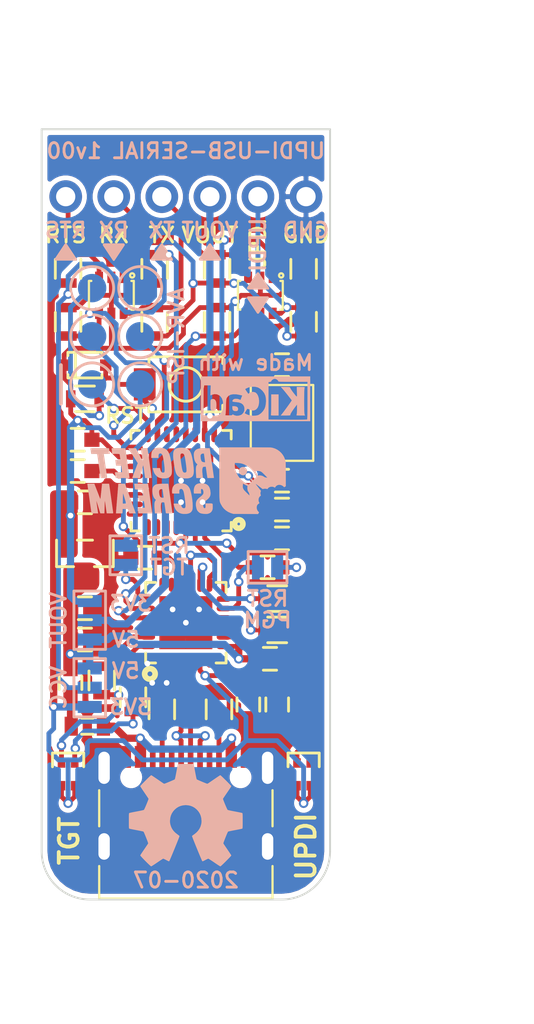
<source format=kicad_pcb>
(kicad_pcb (version 20211014) (generator pcbnew)
  (title_block (title "UPDI-USB-SERIAL") (date "2020-07-10") (rev "1.00") (company "Rocket Scream Electronics"))
  (layers (0 "F.Cu" signal) (31 "B.Cu" signal) (34 "B.Paste" user) (35 "F.Paste" user) (36 "B.SilkS" user "B.Silkscreen") (37 "F.SilkS" user "F.Silkscreen") (38 "B.Mask" user) (39 "F.Mask" user) (44 "Edge.Cuts" user))
  (net 0 "")
  (net 1 "GND")
  (net 2 "3V3")
  (net 3 "5V")
  (net 4 "VCC")
  (net 5 "Net-(C5-Pad1)")
  (net 6 "Net-(C8-Pad1)")
  (net 7 "AREF")
  (net 8 "/~{RESET}")
  (net 9 "Net-(C11-Pad1)")
  (net 10 "VUSB")
  (net 11 "/UPDI")
  (net 12 "/RST")
  (net 13 "/~{RTS}")
  (net 14 "/RXD")
  (net 15 "/TXD")
  (net 16 "/D13")
  (net 17 "/D0")
  (net 18 "/D1")
  (net 19 "/D+")
  (net 20 "/D-")
  (net 21 "/D12")
  (net 22 "/D11")
  (net 23 "Net-(J1-PadB5)")
  (net 24 "Net-(J1-PadB8)")
  (net 25 "Net-(J1-PadA5)")
  (net 26 "Net-(J1-PadA8)")
  (net 27 "Net-(F1-Pad2)")
  (net 28 "Net-(U1-Pad32)")
  (net 29 "Net-(U1-Pad28)")
  (net 30 "Net-(U1-Pad27)")
  (net 31 "Net-(U1-Pad26)")
  (net 32 "Net-(U1-Pad25)")
  (net 33 "Net-(U1-Pad24)")
  (net 34 "Net-(U1-Pad23)")
  (net 35 "Net-(U1-Pad22)")
  (net 36 "Net-(U1-Pad19)")
  (net 37 "Net-(U1-Pad14)")
  (net 38 "Net-(U1-Pad13)")
  (net 39 "Net-(U1-Pad12)")
  (net 40 "Net-(U1-Pad11)")
  (net 41 "Net-(U1-Pad2)")
  (net 42 "Net-(U1-Pad1)")
  (net 43 "VOUT")
  (net 44 "/~{RTS0}")
  (net 45 "/~{RTS1}")
  (net 46 "/TXD1")
  (net 47 "/RXD1")
  (net 48 "Net-(U3-Pad10)")
  (net 49 "Net-(U3-Pad1)")
  (net 50 "Net-(C13-Pad1)")
  (net 51 "/D6")
  (net 52 "Net-(R1-Pad2)")
  (net 53 "Net-(R2-Pad2)")
  (net 54 "Net-(U1-Pad9)")
  (net 55 "Net-(U3-Pad22)")
  (net 56 "Net-(U3-Pad18)")
  (net 57 "Net-(U3-Pad17)")
  (net 58 "Net-(U3-Pad9)")
  (net 59 "Net-(C14-Pad1)")
  (net 60 "Net-(R4-Pad2)")
  (net 61 "Net-(D2-Pad3)")
  (net 62 "Net-(D2-Pad4)")
  (net 63 "Net-(D1-Pad4)")
  (net 64 "Net-(D1-Pad3)")
  (net 65 "Net-(R3-Pad2)")
  (footprint "RocketScreamKiCadLib:R_0603" (layer "F.Cu") (at 136.906 111.252 90)
    (fp_text reference "R1" hide)
    (fp_text value "5K1")
  )
  (footprint "RocketScreamKiCadLib:R_0603" (layer "F.Cu") (at 135.255 110.363 90)
    (fp_text reference "R2" hide)
    (fp_text value "5K1")
  )
  (footprint "RocketScreamKiCadLib:RCP_1x6_Pitch2.54mm_RightAngle" (layer "F.Cu") (at 139.7 84.836)
    (fp_text reference "J2" hide)
    (fp_text value "2.54mm 1x6")
  )
  (footprint "RocketScreamKiCadLib:C_0603" (layer "F.Cu") (at 134.366 108.204)
    (fp_text reference "C1" hide)
    (fp_text value "10uF 16V X5R")
  )
  (footprint "RocketScreamKiCadLib:C_0603" (layer "F.Cu") (at 143.002 111.633 -90)
    (fp_text reference "C3" hide)
    (fp_text value "100nF")
  )
  (footprint "RocketScreamKiCadLib:C_0603" (layer "F.Cu") (at 144.145 109.22)
    (fp_text reference "C4" hide)
    (fp_text value "10uF 16V X5R")
  )
  (footprint "RocketScreamKiCadLib:C_0603" (layer "F.Cu") (at 144.78 99.822)
    (fp_text reference "C5" hide)
    (fp_text value "18pF")
  )
  (footprint "RocketScreamKiCadLib:C_0603" (layer "F.Cu") (at 144.78 101.346)
    (fp_text reference "C6" hide)
    (fp_text value "100nF")
  )
  (footprint "RocketScreamKiCadLib:C_0603" (layer "F.Cu") (at 144.78 102.87)
    (fp_text reference "C7" hide)
    (fp_text value "100nF")
  )
  (footprint "RocketScreamKiCadLib:C_0603" (layer "F.Cu") (at 144.78 93.726)
    (fp_text reference "C8" hide)
    (fp_text value "18pF")
  )
  (footprint "RocketScreamKiCadLib:C_0603" (layer "F.Cu") (at 133.985 97.663 180)
    (fp_text reference "C9" hide)
    (fp_text value "100nF")
  )
  (footprint "RocketScreamKiCadLib:C_0603" (layer "F.Cu") (at 133.985 99.314 180)
    (fp_text reference "C10" hide)
    (fp_text value "100nF")
  )
  (footprint "RocketScreamKiCadLib:C_0603" (layer "F.Cu") (at 144.018 104.394 180)
    (fp_text reference "C11" hide)
    (fp_text value "100nF")
  )
  (footprint "RocketScreamKiCadLib:SOD-323" (layer "F.Cu") (at 134.366 93.726)
    (fp_text reference "D3" hide)
    (fp_text value "1N4148WS")
  )
  (footprint "RocketScreamKiCadLib:MF-FSMF" (layer "F.Cu") (at 134.493 112.776 180)
    (fp_text reference "F1" hide)
    (fp_text value "MF-FSMF050X-2")
  )
  (footprint "RocketScreamKiCadLib:R_0603" (layer "F.Cu") (at 134.366 95.504 180)
    (fp_text reference "R15" hide)
    (fp_text value "10K")
  )
  (footprint "RocketScreamKiCadLib:TS-107A" (layer "F.Cu") (at 139.7 94.742)
    (fp_text reference "SW1" hide)
    (fp_text value "TS-107A")
  )
  (footprint "RocketScreamKiCadLib:TYPE-C16PIN" (layer "F.Cu") (at 139.7 117.856)
    (fp_text reference "J1" hide)
    (fp_text value "USB-C_16Pins")
  )
  (footprint "RocketScreamKiCadLib:R_0603" (layer "F.Cu") (at 138.43 111.887 90)
    (fp_text reference "R7" hide)
    (fp_text value "5K1")
  )
  (footprint "RocketScreamKiCadLib:QFN-32_5x5mm_Pitch0.5mm" (layer "F.Cu") (at 139.446 99.822 180)
    (fp_text reference "U1" hide)
    (fp_text value "ATMEGA328P-MU")
  )
  (footprint "RocketScreamKiCadLib:I_0603" (layer "F.Cu") (at 133.604 110.49 90)
    (fp_text reference "L1" hide)
    (fp_text value "BLM18KG221SN1D")
  )
  (footprint "RocketScreamKiCadLib:CRYSTAL-3225-4P" (layer "F.Cu") (at 144.78 96.774 90)
    (fp_text reference "Y1" hide)
    (fp_text value "X322516MOB4SI")
  )
  (footprint "RocketScreamKiCadLib:C_0603" (layer "F.Cu") (at 134.366 106.553)
    (fp_text reference "C2" hide)
    (fp_text value "100nF")
  )
  (footprint "RocketScreamKiCadLib:C_0603" (layer "F.Cu") (at 134.366 100.965)
    (fp_text reference "C12" hide)
    (fp_text value "10uF 16V X5R")
  )
  (footprint "RocketScreamKiCadLib:SOT-363_Diodes_Inc" (layer "F.Cu") (at 143.637 90.043 180)
    (fp_text reference "Q1" hide)
    (fp_text value "BSS138DW")
  )
  (footprint "RocketScreamKiCadLib:SOT-363_Diodes_Inc" (layer "F.Cu") (at 135.763 90.043 180)
    (fp_text reference "Q2" hide)
    (fp_text value "BSS138DW")
  )
  (footprint "RocketScreamKiCadLib:R_0603" (layer "F.Cu") (at 145.923 88.646 -90)
    (fp_text reference "R5" hide)
    (fp_text value "100K")
  )
  (footprint "RocketScreamKiCadLib:R_0603" (layer "F.Cu") (at 138.049 88.646 -90)
    (fp_text reference "R8" hide)
    (fp_text value "10K")
  )
  (footprint "RocketScreamKiCadLib:R_0603" (layer "F.Cu") (at 141.351 88.646 -90)
    (fp_text reference "R9" hide)
    (fp_text value "10K")
  )
  (footprint "RocketScreamKiCadLib:R_0603" (layer "F.Cu") (at 133.477 88.646 -90)
    (fp_text reference "R10" hide)
    (fp_text value "10K")
  )
  (footprint "RocketScreamKiCadLib:R_0603" (layer "F.Cu") (at 145.923 91.44 -90)
    (fp_text reference "R11" hide)
    (fp_text value "100K")
  )
  (footprint "RocketScreamKiCadLib:R_0603" (layer "F.Cu") (at 138.049 91.44 -90)
    (fp_text reference "R12" hide)
    (fp_text value "10K")
  )
  (footprint "RocketScreamKiCadLib:R_0603" (layer "F.Cu") (at 141.351 91.44 90)
    (fp_text reference "R13" hide)
    (fp_text value "10K")
  )
  (footprint "RocketScreamKiCadLib:R_0603" (layer "F.Cu") (at 133.477 91.44 90)
    (fp_text reference "R14" hide)
    (fp_text value "10K")
  )
  (footprint "RocketScreamKiCadLib:C_0603" (layer "F.Cu") (at 137.541 103.886 180)
    (fp_text reference "C13" hide)
    (fp_text value "10uF 16V X5R")
  )
  (footprint "RocketScreamKiCadLib:QFN-24_4x4mm_Pitch0.5mm" (layer "F.Cu") (at 139.7 107.315 90)
    (fp_text reference "U3" hide)
    (fp_text value "CP2105")
  )
  (footprint "RocketScreamKiCadLib:R_0603" (layer "F.Cu") (at 141.45 111.887 90)
    (fp_text reference "R6" hide)
    (fp_text value "5K1")
  )
  (footprint "RocketScreamKiCadLib:C_0603" (layer "F.Cu") (at 144.526 111.633 -90)
    (fp_text reference "C14" hide)
    (fp_text value "10uF 16V X5R")
  )
  (footprint "RocketScreamKiCadLib:R_0603" (layer "F.Cu") (at 144.526 106.045 180)
    (fp_text reference "R3" hide)
    (fp_text value "5K1")
  )
  (footprint "RocketScreamKiCadLib:R_0603" (layer "F.Cu") (at 144.526 107.696 180)
    (fp_text reference "R4" hide)
    (fp_text value "5K1")
  )
  (footprint "RocketScreamKiCadLib:LED-18-225" (layer "F.Cu") (at 145.923 115.316 -90)
    (fp_text reference "D1" hide)
    (fp_text value "18-225A/R6GHC-A01/3T")
  )
  (footprint "RocketScreamKiCadLib:LED-18-225" (layer "F.Cu") (at 133.477 115.316 -90)
    (fp_text reference "D2" hide)
    (fp_text value "18-225A/R6GHC-A01/3T")
  )
  (footprint "RocketScreamKiCadLib:SOT-23" (layer "F.Cu") (at 134.366 103.759 180)
    (fp_text reference "U2" hide)
    (fp_text value "ME6216A33XG")
  )
  (footprint "RocketScreamKiCadLib:LOGO-OSHW_XSmall" (layer "B.Cu") (at 139.7 117.475 180)
    (fp_text reference "LOGO1" hide)
    (fp_text value "LOGO-OSHW" hide)
  )
  (footprint "RocketScreamKiCadLib:LOGO-KICAD_XXXSmall" (layer "B.Cu") (at 143.383 95.504 180)
    (fp_text reference "LOGO3" hide)
    (fp_text value "LOGO-KICAD" hide)
  )
  (footprint "RocketScreamKiCadLib:JUMPER-2-WAY-SMD" (layer "B.Cu") (at 134.62 110.744 -90)
    (fp_text reference "JP1" hide)
    (fp_text value "JUMPER-2-WAY")
  )
  (footprint "RocketScreamKiCadLib:TEST-PAD-1.5MM" (layer "B.Cu") (at 134.747 94.742)
    (fp_text reference "TP1" hide)
    (fp_text value "TEST-PAD")
  )
  (footprint "RocketScreamKiCadLib:TEST-PAD-1.5MM" (layer "B.Cu") (at 134.747 92.202)
    (fp_text reference "TP2" hide)
    (fp_text value "TEST-PAD")
  )
  (footprint "RocketScreamKiCadLib:TEST-PAD-1.5MM" (layer "B.Cu") (at 134.747 89.662)
    (fp_text reference "TP3" hide)
    (fp_text value "TEST-PAD")
  )
  (footprint "RocketScreamKiCadLib:TEST-PAD-1.5MM" (layer "B.Cu") (at 137.287 94.742)
    (fp_text reference "TP4" hide)
    (fp_text value "TEST-PAD")
  )
  (footprint "RocketScreamKiCadLib:TEST-PAD-1.5MM" (layer "B.Cu") (at 137.287 92.202)
    (fp_text reference "TP5" hide)
    (fp_text value "TEST-PAD")
  )
  (footprint "RocketScreamKiCadLib:TEST-PAD-1.5MM" (layer "B.Cu") (at 137.287 89.662)
    (fp_text reference "TP6" hide)
    (fp_text value "TEST-PAD")
  )
  (footprint "RocketScreamKiCadLib:LOGO-ROCKET-SCREAM_Horizontal_XXSmall" (layer "B.Cu") (at 139.7 99.822 180)
    (fp_text reference "LOGO2" hide)
    (fp_text value "LOGO-ROCKET-SCREAM-HORIZONTAL" hide)
  )
  (footprint "RocketScreamKiCadLib:JUMPER-1-WAY-SMD" (layer "B.Cu") (at 144.018 104.394 180)
    (fp_text reference "JP2" hide)
    (fp_text value "JUMPER-1-WAY")
  )
  (footprint "RocketScreamKiCadLib:JUMPER-1-WAY-SMD" (layer "B.Cu") (at 136.525 103.759 -90)
    (fp_text reference "JP3" hide)
    (fp_text value "JUMPER-1-WAY")
  )
  (footprint "RocketScreamKiCadLib:JUMPER-2-WAY-SMD" (layer "B.Cu") (at 134.62 107.188 90)
    (fp_text reference "JP4" hide)
    (fp_text value "JUMPER-2-WAY")
  )
  (gr_poly (pts (xy 136.398 87.376) (xy 135.382 87.376) (xy 135.89 88.138)) (layer "B.SilkS") (width 0.15) (fill solid))
  (gr_poly (pts (xy 132.842 88.138) (xy 133.858 88.138) (xy 133.35 87.376)) (layer "B.SilkS") (width 0.15) (fill solid))
  (gr_poly (pts (xy 137.922 88.138) (xy 138.938 88.138) (xy 138.43 87.376)) (layer "B.SilkS") (width 0.15) (fill solid))
  (gr_poly (pts (xy 140.462 88.138) (xy 141.478 88.138) (xy 140.97 87.376)) (layer "B.SilkS") (width 0.15) (fill solid))
  (gr_poly (pts (xy 144.018 90.17) (xy 143.002 90.17) (xy 143.51 90.932)) (layer "B.SilkS") (width 0.15) (fill solid))
  (gr_poly (pts (xy 143.002 89.662) (xy 144.018 89.662) (xy 143.51 88.9)) (layer "B.SilkS") (width 0.15) (fill solid))
  (gr_line (start 133.096 93.726) (end 133.096 95.758) (layer "B.SilkS") (width 0.2))
  (gr_arc (start 147.32 119.38) (mid 146.576051 121.176051) (end 144.78 121.92) (layer "Edge.Cuts") (width 0.1))
  (gr_line (start 132.08 81.28) (end 147.32 81.28) (layer "Edge.Cuts") (width 0.1))
  (gr_line (start 132.08 119.38) (end 132.08 81.28) (layer "Edge.Cuts") (width 0.1))
  (gr_line (start 144.78 121.92) (end 134.62 121.92) (layer "Edge.Cuts") (width 0.1))
  (gr_line (start 147.32 81.28) (end 147.32 119.38) (layer "Edge.Cuts") (width 0.1))
  (gr_arc (start 134.62 121.92) (mid 132.823949 121.176051) (end 132.08 119.38) (layer "Edge.Cuts") (width 0.1))
  (gr_text "VCC" (at 132.969 110.744 90) (layer "B.SilkS") (effects (font (size 0.8 0.8)) (justify mirror)))
  (gr_text "5V" (at 136.525 108.204) (layer "B.SilkS") (effects (font (size 0.8 0.8)) (justify mirror)))
  (gr_text "VOUT" (at 140.97 86.614) (layer "B.SilkS") (effects (font (size 0.8 0.8)) (justify mirror)))
  (gr_text "UPDI" (at 143.51 87.376 90) (layer "B.SilkS") (effects (font (size 0.8 0.8)) (justify mirror)))
  (gr_text "GND" (at 146.05 86.614) (layer "B.SilkS") (effects (font (size 0.8 0.8)) (justify mirror)))
  (gr_text "TX" (at 138.43 86.614) (layer "B.SilkS") (effects (font (size 0.8 0.8)) (justify mirror)))
  (gr_text "RX" (at 135.89 86.614) (layer "B.SilkS") (effects (font (size 0.8 0.8)) (justify mirror)))
  (gr_text "RTS" (at 133.35 86.614) (layer "B.SilkS") (effects (font (size 0.8 0.8)) (justify mirror)))
  (gr_text "UPDI-USB-SERIAL 1v00" (at 139.7 82.423) (layer "B.SilkS") (effects (font (size 0.8 0.8)) (justify mirror)))
  (gr_text "VOUT" (at 132.969 107.188 90) (layer "B.SilkS") (effects (font (size 0.8 0.8)) (justify mirror)))
  (gr_text "5V" (at 136.525 109.855) (layer "B.SilkS") (effects (font (size 0.8 0.8)) (justify mirror)))
  (gr_text "3V3" (at 136.779 111.76) (layer "B.SilkS") (effects (font (size 0.8 0.8)) (justify mirror)))
  (gr_text "RST" (at 144.018 106.045) (layer "B.SilkS") (effects (font (size 0.8 0.8)) (justify mirror)))
  (gr_text "AVR-ISP" (at 139.192 92.202 90) (layer "B.SilkS") (effects (font (size 0.8 0.8)) (justify mirror)))
  (gr_text "PGM" (at 144.018 107.188) (layer "B.SilkS") (effects (font (size 0.8 0.8)) (justify mirror)))
  (gr_text "RST" (at 138.811 103.251) (layer "B.SilkS") (effects (font (size 0.8 0.8)) (justify mirror)))
  (gr_text "TGT" (at 138.811 104.394) (layer "B.SilkS") (effects (font (size 0.8 0.8)) (justify mirror)))
  (gr_text "2020-07" (at 139.7 120.904) (layer "B.SilkS") (effects (font (size 0.8 0.8)) (justify mirror)))
  (gr_text "Made with" (at 143.383 93.599) (layer "B.SilkS") (effects (font (size 0.8 0.8)) (justify mirror)))
  (gr_text "3V3" (at 136.779 106.299) (layer "B.SilkS") (effects (font (size 0.8 0.8)) (justify mirror)))
  (gr_text "RX" (at 135.89 86.868) (layer "F.SilkS") (effects (font (size 0.8 0.8))))
  (gr_text "TX" (at 138.43 86.868) (layer "F.SilkS") (effects (font (size 0.8 0.8))))
  (gr_text "VOUT" (at 140.97 86.868) (layer "F.SilkS") (effects (font (size 0.8 0.8))))
  (gr_text "UPDI" (at 143.51 87.376 90) (layer "F.SilkS") (effects (font (size 0.8 0.8))))
  (gr_text "GND" (at 146.05 86.868) (layer "F.SilkS") (effects (font (size 0.8 0.8))))
  (gr_text "UPDI" (at 146.05 119.126 90) (layer "F.SilkS") (effects (font (size 1 1) (thickness 0.2))))
  (gr_text "TGT" (at 133.53 118.82 90) (layer "F.SilkS") (effects (font (size 1 1) (thickness 0.2))))
  (gr_text "RST" (at 136.525 96.393) (layer "F.SilkS") (effects (font (size 0.8 0.8))))
  (gr_text "RTS" (at 133.35 86.868) (layer "F.SilkS") (effects (font (size 0.8 0.8))))
  (segment (start 140.196 100.572) (end 139.446 99.822) (width 0.254) (layer "F.Cu") (net 1))
  (segment (start 139 106.615) (end 139.127 106.615) (width 0.381) (layer "F.Cu") (net 1))
  (segment (start 139.196 100.072) (end 139.446 99.822) (width 0.254) (layer "F.Cu") (net 1))
  (segment (start 139.127 106.615) (end 139.192 106.68) (width 0.381) (layer "F.Cu") (net 1))
  (segment (start 135.116 100.596) (end 135.116 100.965) (width 0.254) (layer "F.Cu") (net 1))
  (segment (start 136.996 100.072) (end 139.196 100.072) (width 0.254) (layer "F.Cu") (net 1))
  (segment (start 135.64 100.072) (end 135.116 100.596) (width 0.254) (layer "F.Cu") (net 1))
  (segment (start 136.996 100.072) (end 135.64 100.072) (width 0.254) (layer "F.Cu") (net 1))
  (segment (start 141.896001 100.572) (end 140.196 100.572) (width 0.254) (layer "F.Cu") (net 1))
  (segment (start 139.696 99.572) (end 139.446 99.822) (width 0.254) (layer "F.Cu") (net 1))
  (segment (start 141.896 99.572) (end 139.696 99.572) (width 0.254) (layer "F.Cu") (net 1))
  (segment (start 141.896001 100.572) (end 142.736 100.572) (width 0.254) (layer "F.Cu") (net 1))
  (segment (start 138.95 109.442) (end 138.95 110.351) (width 0.254) (layer "F.Cu") (net 1))
  (via (at 140.4 106.615) (size 0.5) (drill 0.3) (layers "F.Cu" "B.Cu") (net 1))
  (via (at 139.7 107.315) (size 0.5) (drill 0.3) (layers "F.Cu" "B.Cu") (net 1))
  (via (at 137.922 110.49) (size 0.5) (drill 0.3) (layers "F.Cu" "B.Cu") (net 1))
  (via (at 137.668 109.474) (size 0.5) (drill 0.3) (layers "F.Cu" "B.Cu") (net 1))
  (via (at 139.446 99.822) (size 0.5) (drill 0.3) (layers "F.Cu" "B.Cu") (net 1))
  (via (at 139.446 100.957) (size 0.5) (drill 0.3) (layers "F.Cu" "B.Cu") (net 1))
  (via (at 140.581 100.957) (size 0.5) (drill 0.3) (layers "F.Cu" "B.Cu") (net 1))
  (via (at 140.581 99.822) (size 0.5) (drill 0.3) (layers "F.Cu" "B.Cu") (net 1))
  (via (at 139 106.615) (size 0.5) (drill 0.3) (layers "F.Cu" "B.Cu") (net 1))
  (via (at 138.684 110.49) (size 0.5) (drill 0.3) (layers "F.Cu" "B.Cu") (net 1))
  (segment (start 142.3035 90.3605) (end 142.621 90.043) (width 0.254) (layer "F.Cu") (net 2))
  (segment (start 140.716 110.109) (end 140.45 109.843) (width 0.254) (layer "F.Cu") (net 2))
  (segment (start 133.616 101.588) (end 133.416 101.788) (width 0.381) (layer "F.Cu") (net 2))
  (segment (start 141.351 90.69) (end 140.45 90.69) (width 0.254) (layer "F.Cu") (net 2))
  (segment (start 133.827 116.49) (end 133.477 116.84) (width 0.254) (layer "F.Cu") (net 2))
  (segment (start 135.763 90.043) (end 136.779 90.043) (width 0.254) (layer "F.Cu") (net 2))
  (segment (start 143.256 100.457) (end 143.256 101.092) (width 0.254) (layer "F.Cu") (net 2))
  (segment (start 142.621 90.043) (end 143.637 90.043) (width 0.254) (layer "F.Cu") (net 2))
  (segment (start 143.51 101.346) (end 144.03 101.346) (width 0.254) (layer "F.Cu") (net 2))
  (segment (start 133.127 116.49) (end 133.477 116.84) (width 0.254) (layer "F.Cu") (net 2))
  (segment (start 133.266 93.175) (end 133.266 93.726) (width 0.254) (layer "F.Cu") (net 2))
  (segment (start 133.416 102.804) (end 133.416 102.609) (width 0.381) (layer "F.Cu") (net 2))
  (segment (start 140.45 90.69) (end 139.573 91.567) (width 0.254) (layer "F.Cu") (net 2))
  (segment (start 143.256 99.822) (end 142.506 99.072) (width 0.254) (layer "F.Cu") (net 2))
  (segment (start 134.735 97.016) (end 134.366 96.647) (width 0.254) (layer "F.Cu") (net 2))
  (segment (start 143.637 90.043) (end 143.637 90.993) (width 0.254) (layer "F.Cu") (net 2))
  (segment (start 142.506 99.072) (end 141.896001 99.072) (width 0.254) (layer "F.Cu") (net 2))
  (segment (start 139.573 92.075) (end 138.811 92.837) (width 0.254) (layer "F.Cu") (net 2))
  (segment (start 136.779 90.043) (end 137.426 89.396) (width 0.254) (layer "F.Cu") (net 2))
  (segment (start 133.416 101.8515) (end 133.604 101.6635) (width 0.381) (layer "F.Cu") (net 2))
  (segment (start 144.03 101.346) (end 144.03 102.87) (width 0.254) (layer "F.Cu") (net 2))
  (segment (start 137.426 89.396) (end 138.049 89.396) (width 0.254) (layer "F.Cu") (net 2))
  (segment (start 133.616 100.965) (end 133.616 101.588) (width 0.381) (layer "F.Cu") (net 2))
  (segment (start 145.573 115.916) (end 145.573 116.49) (width 0.254) (layer "F.Cu") (net 2))
  (segment (start 143.637 89.093) (end 143.637 90.043) (width 0.254) (layer "F.Cu") (net 2))
  (segment (start 136.996 98.572) (end 136.164 98.572) (width 0.254) (layer "F.Cu") (net 2))
  (segment (start 133.973 90.69) (end 134.62 90.043) (width 0.254) (layer "F.Cu") (net 2))
  (segment (start 133.616 96.278) (end 133.616 95.504) (width 0.254) (layer "F.Cu") (net 2))
  (segment (start 136.164 98.572) (end 135.255 97.663) (width 0.254) (layer "F.Cu") (net 2))
  (segment (start 133.616 94.754) (end 133.266 94.404) (width 0.254) (layer "F.Cu") (net 2))
  (segment (start 134.366 96.647) (end 133.985 96.647) (width 0.254) (layer "F.Cu") (net 2))
  (segment (start 132.715 111.76) (end 132.715 103.505) (width 0.381) (layer "F.Cu") (net 2))
  (segment (start 143.252 100.072) (end 143.256 100.076) (width 0.254) (layer "F.Cu") (net 2))
  (segment (start 146.273 115.916) (end 146.273 116.49) (width 0.254) (layer "F.Cu") (net 2))
  (segment (start 133.616 101.6515) (end 133.604 101.6635) (width 0.381) (layer "F.Cu") (net 2))
  (segment (start 133.266 94.404) (end 133.266 93.726) (width 0.254) (layer "F.Cu") (net 2))
  (segment (start 132.715 103.505) (end 133.416 102.804) (width 0.381) (layer "F.Cu") (net 2))
  (segment (start 143.256 100.457) (end 143.256 99.822) (width 0.254) (layer "F.Cu") (net 2))
  (segment (start 143.256 100.076) (end 143.129 100.076) (width 0.254) (layer "F.Cu") (net 2))
  (segment (start 138.811 92.837) (end 134.747 92.837) (width 0.254) (layer "F.Cu") (net 2))
  (segment (start 141.974 90.69) (end 142.3035 90.3605) (width 0.254) (layer "F.Cu") (net 2))
  (segment (start 145.573 116.49) (end 145.923 116.84) (width 0.254) (layer "F.Cu") (net 2))
  (segment (start 133.616 100.965) (end 133.616 101.6515) (width 0.381) (layer "F.Cu") (net 2))
  (segment (start 133.127 115.916) (end 133.127 116.49) (width 0.254) (layer "F.Cu") (net 2))
  (segment (start 134.735 97.663) (end 134.735 97.016) (width 0.254) (layer "F.Cu") (net 2))
  (segment (start 141.732 110.109) (end 142.506 110.883) (width 0.254) (layer "F.Cu") (net 2))
  (segment (start 135.763 90.043) (end 135.763 90.993) (width 0.254) (layer "F.Cu") (net 2))
  (segment (start 143.256 101.092) (end 143.51 101.346) (width 0.254) (layer "F.Cu") (net 2))
  (segment (start 145.3 89.396) (end 145.923 89.396) (width 0.254) (layer "F.Cu") (net 2))
  (segment (start 133.477 90.69) (end 133.973 90.69) (width 0.254) (layer "F.Cu") (net 2))
  (segment (start 140.45 109.843) (end 140.45 109.315) (width 0.254) (layer "F.Cu") (net 2))
  (segment (start 133.616 95.504) (end 133.616 94.754) (width 0.254) (layer "F.Cu") (net 2))
  (segment (start 139.573 91.567) (end 139.573 92.075) (width 0.254) (layer "F.Cu") (net 2))
  (segment (start 135.763 92.837) (end 134.747 92.837) (width 0.254) (layer "F.Cu") (net 2))
  (segment (start 135.255 97.663) (end 134.735 97.663) (width 0.254) (layer "F.Cu") (net 2))
  (segment (start 135.763 90.993) (end 135.763 92.837) (width 0.254) (layer "F.Cu") (net 2))
  (segment (start 143.637 90.043) (end 144.653 90.043) (width 0.254) (layer "F.Cu") (net 2))
  (segment (start 133.827 115.916) (end 133.827 116.49) (width 0.254) (layer "F.Cu") (net 2))
  (segment (start 143.256 100.203) (end 143.256 100.457) (width 0.254) (layer "F.Cu") (net 2))
  (segment (start 146.273 116.49) (end 145.923 116.84) (width 0.254) (layer "F.Cu") (net 2))
  (segment (start 133.604 92.837) (end 133.266 93.175) (width 0.254) (layer "F.Cu") (net 2))
  (segment (start 141.351 90.69) (end 141.974 90.69) (width 0.254) (layer "F.Cu") (net 2))
  (segment (start 134.62 90.043) (end 135.763 90.043) (width 0.254) (layer "F.Cu") (net 2))
  (segment (start 135.763 89.093) (end 135.763 90.043) (width 0.254) (layer "F.Cu") (net 2))
  (segment (start 133.416 101.788) (end 133.416 102.609) (width 0.381) (layer "F.Cu") (net 2))
  (segment (start 140.716 110.109) (end 141.732 110.109) (width 0.254) (layer "F.Cu") (net 2))
  (segment (start 142.506 110.883) (end 143.256 110.883) (width 0.254) (layer "F.Cu") (net 2))
  (segment (start 133.416 102.609) (end 133.416 101.8515) (width 0.381) (layer "F.Cu") (net 2))
  (segment (start 144.653 90.043) (end 145.3 89.396) (width 0.254) (layer "F.Cu") (net 2))
  (segment (start 133.985 96.647) (end 133.616 96.278) (width 0.254) (layer "F.Cu") (net 2))
  (segment (start 134.747 92.837) (end 133.604 92.837) (width 0.254) (layer "F.Cu") (net 2))
  (segment (start 141.896 100.072) (end 143.252 100.072) (width 0.254) (layer "F.Cu") (net 2))
  (via (at 133.604 101.6635) (size 0.5) (drill 0.3) (layers "F.Cu" "B.Cu") (net 2))
  (via (at 133.477 116.84) (size 0.5) (drill 0.3) (layers "F.Cu" "B.Cu") (net 2))
  (via (at 145.923 116.84) (size 0.5) (drill 0.3) (layers "F.Cu" "B.Cu") (net 2))
  (via (at 142.3035 90.3605) (size 0.5) (drill 0.3) (layers "F.Cu" "B.Cu") (net 2))
  (via (at 140.716 110.109) (size 0.5) (drill 0.3) (layers "F.Cu" "B.Cu") (net 2))
  (via (at 143.002 99.568) (size 0.5) (drill 0.3) (layers "F.Cu" "B.Cu") (net 2))
  (via (at 132.715 111.76) (size 0.5) (drill 0.3) (layers "F.Cu" "B.Cu") (net 2))
  (via (at 133.985 96.647) (size 0.5) (drill 0.3) (layers "F.Cu" "B.Cu") (net 2))
  (segment (start 133.604 101.727) (end 133.604 105.918) (width 0.381) (layer "B.Cu") (net 2))
  (segment (start 134.112 114.554) (end 134.493 114.173) (width 0.254) (layer "B.Cu") (net 2))
  (segment (start 137.287 96.393) (end 137.287 94.742) (width 0.254) (layer "B.Cu") (net 2))
  (segment (start 134.62 113.538) (end 136.398 113.538) (width 0.254) (layer "B.Cu") (net 2))
  (segment (start 142.494 99.568) (end 143.002 99.568) (width 0.254) (layer "B.Cu") (net 2))
  (segment (start 133.985 96.647) (end 134.366 97.028) (width 0.254) (layer "B.Cu") (net 2))
  (segment (start 133.477 114.554) (end 133.477 116.84) (width 0.254) (layer "B.Cu") (net 2))
  (segment (start 141.859 114.554) (end 142.875 113.538) (width 0.254) (layer "B.Cu") (net 2))
  (segment (start 133.604 105.918) (end 133.858 106.172) (width 0.381) (layer "B.Cu") (net 2))
  (segment (start 132.715 112.903) (end 132.461 113.157) (width 0.254) (layer "B.Cu") (net 2))
  (segment (start 141.605 93.726) (end 141.605 96.647) (width 0.254) (layer "B.Cu") (net 2))
  (segment (start 136.398 113.538) (end 137.414 114.554) (width 0.254) (layer "B.Cu") (net 2))
  (segment (start 134.366 97.028) (end 135.128 97.028) (width 0.254) (layer "B.Cu") (net 2))
  (segment (start 133.604 97.028) (end 133.604 101.727) (width 0.381) (layer "B.Cu") (net 2))
  (segment (start 136.144 97.536) (end 137.287 96.393) (width 0.254) (layer "B.Cu") (net 2))
  (segment (start 142.3035 90.3605) (end 142.113 90.551) (width 0.254) (layer "B.Cu") (net 2))
  (segment (start 132.715 111.76) (end 132.715 112.903) (width 0.254) (layer "B.Cu") (net 2))
  (segment (start 142.367 99.568) (end 142.494 99.568) (width 0.254) (layer "B.Cu") (net 2))
  (segment (start 141.605 96.647) (end 140.843 97.409) (width 0.254) (layer "B.Cu") (net 2))
  (segment (start 132.461 114.046) (end 132.969 114.554) (width 0.254) (layer "B.Cu") (net 2))
  (segment (start 137.414 114.554) (end 141.859 114.554) (width 0.254) (layer "B.Cu") (net 2))
  (segment (start 133.858 106.172) (end 134.62 106.172) (width 0.381) (layer "B.Cu") (net 2))
  (segment (start 145.923 114.935) (end 145.923 116.84) (width 0.254) (layer "B.Cu") (net 2))
  (segment (start 135.128 97.028) (end 135.636 97.536) (width 0.254) (layer "B.Cu") (net 2))
  (segment (start 134.62 111.76) (end 132.715 111.76) (width 0.381) (layer "B.Cu") (net 2))
  (segment (start 133.985 96.647) (end 133.604 97.028) (width 0.381) (layer "B.Cu") (net 2))
  (segment (start 140.843 97.409) (end 140.843 98.044) (width 0.254) (layer "B.Cu") (net 2))
  (segment (start 142.113 90.551) (end 142.113 93.218) (width 0.254) (layer "B.Cu") (net 2))
  (segment (start 134.493 113.665) (end 134.62 113.538) (width 0.254) (layer "B.Cu") (net 2))
  (segment (start 140.716 110.109) (end 142.875 112.268) (width 0.254) (layer "B.Cu") (net 2))
  (segment (start 132.461 113.157) (end 132.461 114.046) (width 0.254) (layer "B.Cu") (net 2))
  (segment (start 142.875 112.268) (end 142.875 113.538) (width 0.254) (layer "B.Cu") (net 2))
  (segment (start 132.969 114.554) (end 134.112 114.554) (width 0.254) (layer "B.Cu") (net 2))
  (segment (start 142.113 93.218) (end 141.605 93.726) (width 0.254) (layer "B.Cu") (net 2))
  (segment (start 135.636 97.536) (end 136.144 97.536) (width 0.254) (layer "B.Cu") (net 2))
  (segment (start 142.875 113.538) (end 144.526 113.538) (width 0.254) (layer "B.Cu") (net 2))
  (segment (start 140.843 98.044) (end 142.367 99.568) (width 0.254) (layer "B.Cu") (net 2))
  (segment (start 144.526 113.538) (end 145.923 114.935) (width 0.254) (layer "B.Cu") (net 2))
  (segment (start 134.493 114.173) (end 134.493 113.665) (width 0.254) (layer "B.Cu") (net 2))
  (segment (start 133.616 106.553) (end 133.616 105.659) (width 0.381) (layer "F.Cu") (net 3))
  (segment (start 142.494 108.077) (end 142.482 108.065) (width 0.254) (layer "F.Cu") (net 3))
  (segment (start 142.494 109.22) (end 142.494 108.077) (width 0.381) (layer "F.Cu") (net 3))
  (segment (start 133.604 108.966) (end 133.604 109.704) (width 0.381) (layer "F.Cu") (net 3))
  (segment (start 143.395 109.22) (end 142.494 109.22) (width 0.381) (layer "F.Cu") (net 3))
  (segment (start 133.616 108.204) (end 133.616 106.553) (width 0.381) (layer "F.Cu") (net 3))
  (segment (start 141.7 108.565) (end 142.474 108.565) (width 0.254) (layer "F.Cu") (net 3))
  (segment (start 133.616 105.659) (end 134.366 104.909) (width 0.381) (layer "F.Cu") (net 3))
  (segment (start 133.616 108.204) (end 133.616 108.954) (width 0.381) (layer "F.Cu") (net 3))
  (segment (start 133.604 108.966) (end 133.604 109.74) (width 0.381) (layer "F.Cu") (net 3))
  (segment (start 133.616 108.954) (end 133.604 108.966) (width 0.381) (layer "F.Cu") (net 3))
  (segment (start 142.482 108.065) (end 141.7 108.065) (width 0.254) (layer "F.Cu") (net 3))
  (via (at 133.604 108.966) (size 0.5) (drill 0.3) (layers "F.Cu" "B.Cu") (net 3))
  (via (at 142.494 109.22) (size 0.5) (drill 0.3) (layers "F.Cu" "B.Cu") (net 3))
  (segment (start 142.494 109.22) (end 142.494 109.22) (width 0.381) (layer "B.Cu") (net 3))
  (segment (start 135.763 108.0135) (end 136.652 108.0135) (width 0.381) (layer "B.Cu") (net 3))
  (segment (start 134.62 108.204) (end 135.5725 108.204) (width 0.381) (layer "B.Cu") (net 3))
  (segment (start 134.62 108.966) (end 134.62 109.728) (width 0.381) (layer "B.Cu") (net 3))
  (segment (start 141.732 108.458) (end 142.494 109.22) (width 0.381) (layer "B.Cu") (net 3))
  (segment (start 137.0965 108.458) (end 141.732 108.458) (width 0.381) (layer "B.Cu") (net 3))
  (segment (start 136.652 108.0135) (end 137.0965 108.458) (width 0.381) (layer "B.Cu") (net 3))
  (segment (start 133.604 108.966) (end 134.62 108.966) (width 0.381) (layer "B.Cu") (net 3))
  (segment (start 135.5725 108.204) (end 135.763 108.0135) (width 0.381) (layer "B.Cu") (net 3))
  (segment (start 134.62 108.204) (end 134.62 109.728) (width 0.381) (layer "B.Cu") (net 3))
  (segment (start 141.351 89.396) (end 140.093 89.396) (width 0.254) (layer "F.Cu") (net 4))
  (segment (start 142.228 89.396) (end 142.24 89.408) (width 0.254) (layer "F.Cu") (net 4))
  (segment (start 139.065 91.313) (end 139.065 91.821) (width 0.254) (layer "F.Cu") (net 4))
  (segment (start 133.477 89.9795) (end 133.477 89.396) (width 0.254) (layer "F.Cu") (net 4))
  (segment (start 140.093 89.396) (end 140.081 89.408) (width 0.254) (layer "F.Cu") (net 4))
  (segment (start 140.081 89.408) (end 140.081 90.297) (width 0.254) (layer "F.Cu") (net 4))
  (segment (start 138.696 92.19) (end 138.049 92.19) (width 0.254) (layer "F.Cu") (net 4))
  (segment (start 145.923 92.19) (end 145.046 92.19) (width 0.254) (layer "F.Cu") (net 4))
  (segment (start 141.351 89.396) (end 142.228 89.396) (width 0.254) (layer "F.Cu") (net 4))
  (segment (start 140.081 90.297) (end 139.065 91.313) (width 0.254) (layer "F.Cu") (net 4))
  (segment (start 139.065 91.821) (end 138.696 92.19) (width 0.254) (layer "F.Cu") (net 4))
  (via (at 145.046 92.19) (size 0.5) (drill 0.3) (layers "F.Cu" "B.Cu") (net 4))
  (via (at 142.24 89.408) (size 0.5) (drill 0.3) (layers "F.Cu" "B.Cu") (net 4))
  (via (at 133.477 89.9795) (size 0.5) (drill 0.3) (layers "F.Cu" "B.Cu") (net 4))
  (via (at 140.081 89.408) (size 0.5) (drill 0.3) (layers "F.Cu" "B.Cu") (net 4))
  (segment (start 135.255 88.392) (end 136.017 89.154) (width 0.254) (layer "B.Cu") (net 4))
  (segment (start 136.017 89.154) (end 136.017 90.424) (width 0.254) (layer "B.Cu") (net 4))
  (segment (start 145.046 92.19) (end 145.046 91.706) (width 0.254) (layer "B.Cu") (net 4))
  (segment (start 134.112 88.392) (end 135.255 88.392) (width 0.254) (layer "B.Cu") (net 4))
  (segment (start 133.477 89.027) (end 134.112 88.392) (width 0.254) (layer "B.Cu") (net 4))
  (segment (start 136.017 90.424) (end 136.525 90.932) (width 0.254) (layer "B.Cu") (net 4))
  (segment (start 132.969 90.4875) (end 132.969 110.236) (width 0.254) (layer "B.Cu") (net 4))
  (segment (start 138.176 88.138) (end 138.176 87.63) (width 0.254) (layer "B.Cu") (net 4))
  (segment (start 138.176 87.63) (end 138.557 87.249) (width 0.254) (layer "B.Cu") (net 4))
  (segment (start 140.081 88.265) (end 140.081 89.408) (width 0.254) (layer "B.Cu") (net 4))
  (segment (start 138.557 87.249) (end 139.065 87.249) (width 0.254) (layer "B.Cu") (net 4))
  (segment (start 132.969 110.236) (end 133.477 110.744) (width 0.254) (layer "B.Cu") (net 4))
  (segment (start 139.065 87.249) (end 140.081 88.265) (width 0.254) (layer "B.Cu") (net 4))
  (segment (start 142.748 89.408) (end 142.24 89.408) (width 0.254) (layer "B.Cu") (net 4))
  (segment (start 136.525 90.932) (end 137.922 90.932) (width 0.254) (layer "B.Cu") (net 4))
  (segment (start 133.477 89.9795) (end 133.477 89.027) (width 0.254) (layer "B.Cu") (net 4))
  (segment (start 145.046 91.706) (end 142.748 89.408) (width 0.254) (layer "B.Cu") (net 4))
  (segment (start 138.557 90.297) (end 138.557 88.519) (width 0.254) (layer "B.Cu") (net 4))
  (segment (start 133.477 110.744) (end 134.62 110.744) (width 0.254) (layer "B.Cu") (net 4))
  (segment (start 133.477 89.9795) (end 132.969 90.4875) (width 0.254) (layer "B.Cu") (net 4))
  (segment (start 137.922 90.932) (end 138.557 90.297) (width 0.254) (layer "B.Cu") (net 4))
  (segment (start 138.557 88.519) (end 138.176 88.138) (width 0.254) (layer "B.Cu") (net 4))
  (segment (start 145.415 98.933) (end 145.63 98.718) (width 0.254) (layer "F.Cu") (net 5))
  (segment (start 145.63 98.718) (end 145.63 97.874) (width 0.254) (layer "F.Cu") (net 5))
  (segment (start 143.129 98.933) (end 143.788 98.933) (width 0.254) (layer "F.Cu") (net 5))
  (segment (start 141.896 98.572) (end 142.768 98.572) (width 0.254) (layer "F.Cu") (net 5))
  (segment (start 144.03 99.822) (end 144.03 99.175) (width 0.254) (layer "F.Cu") (net 5))
  (segment (start 144.272 98.933) (end 145.415 98.933) (width 0.254) (layer "F.Cu") (net 5))
  (segment (start 144.03 99.175) (end 144.272 98.933) (width 0.254) (layer "F.Cu") (net 5))
  (segment (start 142.768 98.572) (end 143.129 98.933) (width 0.254) (layer "F.Cu") (net 5))
  (segment (start 143.788 98.933) (end 144.03 99.175) (width 0.254) (layer "F.Cu") (net 5))
  (segment (start 144.03 93.726) (end 144.03 95.574) (width 0.254) (layer "F.Cu") (net 6))
  (segment (start 144.03 95.574) (end 143.93 95.674) (width 0.254) (layer "F.Cu") (net 6))
  (segment (start 142.621 97.917) (end 142.621 96.266) (width 0.254) (layer "F.Cu") (net 6))
  (segment (start 142.466 98.072) (end 142.621 97.917) (width 0.254) (layer "F.Cu") (net 6))
  (segment (start 143.213 95.674) (end 143.93 95.674) (width 0.254) (layer "F.Cu") (net 6))
  (segment (start 142.621 96.266) (end 143.213 95.674) (width 0.254) (layer "F.Cu") (net 6))
  (segment (start 141.895999 98.072) (end 142.466 98.072) (width 0.254) (layer "F.Cu") (net 6))
  (segment (start 134.735 99.314) (end 135.886 99.314) (width 0.254) (layer "F.Cu") (net 7))
  (segment (start 136.996 99.572) (end 136.144 99.572) (width 0.254) (layer "F.Cu") (net 7))
  (segment (start 135.886 99.314) (end 136.144 99.572) (width 0.254) (layer "F.Cu") (net 7))
  (segment (start 137.287 103.124) (end 136.398 102.235) (width 0.254) (layer "F.Cu") (net 8))
  (segment (start 135.116 94.754) (end 135.466 94.404) (width 0.254) (layer "F.Cu") (net 8))
  (segment (start 142.24 103.505) (end 142.24 104.14) (width 0.254) (layer "F.Cu") (net 8))
  (segment (start 137.525 95.615) (end 137.525 94.742) (width 0.254) (layer "F.Cu") (net 8))
  (segment (start 135.466 94.404) (end 135.466 93.726) (width 0.254) (layer "F.Cu") (net 8))
  (segment (start 135.466 94.404) (end 135.806 94.404) (width 0.254) (layer "F.Cu") (net 8))
  (segment (start 142.24 104.14) (end 142.494 104.394) (width 0.254) (layer "F.Cu") (net 8))
  (segment (start 135.806 94.404) (end 136.144 94.742) (width 0.254) (layer "F.Cu") (net 8))
  (segment (start 139.3825 103.124) (end 137.287 103.124) (width 0.254) (layer "F.Cu") (net 8))
  (segment (start 135.128 96.393) (end 135.128 96.163) (width 0.254) (layer "F.Cu") (net 8))
  (segment (start 135.128 96.163) (end 135.116 96.151) (width 0.254) (layer "F.Cu") (net 8))
  (segment (start 136.144 94.742) (end 137.525 94.742) (width 0.254) (layer "F.Cu") (net 8))
  (segment (start 135.116 95.504) (end 135.116 94.754) (width 0.254) (layer "F.Cu") (net 8))
  (segment (start 142.494 104.394) (end 143.268 104.394) (width 0.254) (layer "F.Cu") (net 8))
  (segment (start 135.116 96.151) (end 135.116 95.504) (width 0.254) (layer "F.Cu") (net 8))
  (segment (start 137.922 96.012) (end 137.525 95.615) (width 0.254) (layer "F.Cu") (net 8))
  (segment (start 141.859 103.124) (end 142.24 103.505) (width 0.254) (layer "F.Cu") (net 8))
  (segment (start 139.696 102.8105) (end 139.696 102.272) (width 0.254) (layer "F.Cu") (net 8))
  (segment (start 139.3825 103.124) (end 139.696 102.8105) (width 0.254) (layer "F.Cu") (net 8))
  (via (at 139.3825 103.124) (size 0.5) (drill 0.3) (layers "F.Cu" "B.Cu") (net 8))
  (via (at 135.128 96.393) (size 0.5) (drill 0.3) (layers "F.Cu" "B.Cu") (net 8))
  (via (at 137.922 96.012) (size 0.5) (drill 0.3) (layers "F.Cu" "B.Cu") (net 8))
  (via (at 136.398 102.235) (size 0.5) (drill 0.3) (layers "F.Cu" "B.Cu") (net 8))
  (via (at 141.859 103.124) (size 0.5) (drill 0.3) (layers "F.Cu" "B.Cu") (net 8))
  (segment (start 133.604 90.678) (end 134.62 89.662) (width 0.254) (layer "B.Cu") (net 8))
  (segment (start 133.604 95.377) (end 133.604 90.678) (width 0.254) (layer "B.Cu") (net 8))
  (segment (start 141.859 103.124) (end 139.3825 103.124) (width 0.254) (layer "B.Cu") (net 8))
  (segment (start 137.922 96.52) (end 136.398 98.044) (width 0.254) (layer "B.Cu") (net 8))
  (segment (start 135.128 96.393) (end 134.62 96.393) (width 0.254) (layer "B.Cu") (net 8))
  (segment (start 136.398 98.044) (end 136.398 102.235) (width 0.254) (layer "B.Cu") (net 8))
  (segment (start 137.922 96.012) (end 137.922 96.52) (width 0.254) (layer "B.Cu") (net 8))
  (segment (start 134.62 96.393) (end 133.604 95.377) (width 0.254) (layer "B.Cu") (net 8))
  (segment (start 145.542 104.394) (end 144.768 104.394) (width 0.254) (layer "F.Cu") (net 9))
  (via (at 145.542 104.394) (size 0.5) (drill 0.3) (layers "F.Cu" "B.Cu") (net 9))
  (segment (start 145.542 104.394) (end 144.526 104.394) (width 0.254) (layer "B.Cu") (net 9))
  (segment (start 137.287 113.411) (end 136.525 113.411) (width 0.381) (layer "F.Cu") (net 10))
  (segment (start 142.113 113.411) (end 142.113 114.233) (width 0.381) (layer "F.Cu") (net 10))
  (segment (start 136.525 113.411) (end 135.89 112.776) (width 0.381) (layer "F.Cu") (net 10))
  (segment (start 135.89 112.776) (end 135.343 112.776) (width 0.381) (layer "F.Cu") (net 10))
  (segment (start 137.287 113.411) (end 137.287 114.259) (width 0.381) (layer "F.Cu") (net 10))
  (segment (start 141.95 114.396) (end 142.25 114.396) (width 0.254) (layer "F.Cu") (net 10))
  (segment (start 137.15 114.396) (end 137.45 114.396) (width 0.254) (layer "F.Cu") (net 10))
  (via (at 142.113 113.411) (size 0.5) (drill 0.3) (layers "F.Cu" "B.Cu") (net 10))
  (via (at 137.287 113.411) (size 0.5) (drill 0.3) (layers "F.Cu" "B.Cu") (net 10))
  (segment (start 141.5415 113.9825) (end 142.113 113.411) (width 0.381) (layer "B.Cu") (net 10))
  (segment (start 137.8585 113.9825) (end 141.5415 113.9825) (width 0.381) (layer "B.Cu") (net 10))
  (segment (start 137.287 113.411) (end 137.8585 113.9825) (width 0.381) (layer "B.Cu") (net 10))
  (segment (start 144.719 90.993) (end 144.287 90.993) (width 0.254) (layer "F.Cu") (net 11))
  (segment (start 145.034 90.678) (end 144.719 90.993) (width 0.254) (layer "F.Cu") (net 11))
  (segment (start 145.046 90.69) (end 145.923 90.69) (width 0.254) (layer "F.Cu") (net 11))
  (segment (start 145.034 90.678) (end 145.046 90.69) (width 0.254) (layer "F.Cu") (net 11))
  (via (at 145.034 90.678) (size 0.5) (drill 0.3) (layers "F.Cu" "B.Cu") (net 11))
  (segment (start 145.034 90.678) (end 143.51 89.154) (width 0.254) (layer "B.Cu") (net 11))
  (segment (start 143.51 89.154) (end 143.51 84.836) (width 0.254) (layer "B.Cu") (net 11))
  (segment (start 133.477 87.896) (end 133.477 84.963) (width 0.254) (layer "F.Cu") (net 12))
  (segment (start 133.477 87.896) (end 134.632 87.896) (width 0.254) (layer "F.Cu") (net 12))
  (segment (start 134.632 87.896) (end 135.113 88.377) (width 0.254) (layer "F.Cu") (net 12))
  (segment (start 133.477 84.963) (end 133.35 84.836) (width 0.254) (layer "F.Cu") (net 12))
  (segment (start 135.113 88.377) (end 135.113 89.093) (width 0.254) (layer "F.Cu") (net 12))
  (segment (start 134.62 90.993) (end 134.62 90.993) (width 0.254) (layer "F.Cu") (net 13))
  (segment (start 134.505 92.19) (end 133.477 92.19) (width 0.254) (layer "F.Cu") (net 13))
  (segment (start 135.113 90.993) (end 134.62 90.993) (width 0.254) (layer "F.Cu") (net 13))
  (segment (start 135.113 90.993) (end 135.113 91.582) (width 0.254) (layer "F.Cu") (net 13))
  (segment (start 135.113 91.582) (end 134.505 92.19) (width 0.254) (layer "F.Cu") (net 13))
  (via (at 134.62 90.993) (size 0.5) (drill 0.3) (layers "F.Cu" "B.Cu") (net 13))
  (segment (start 138.684 96.52) (end 137.033 98.171) (width 0.254) (layer "B.Cu") (net 13))
  (segment (start 134.62 90.993) (end 135.443 90.993) (width 0.254) (layer "B.Cu") (net 13))
  (segment (start 136.017 91.567) (end 136.017 93.091) (width 0.254) (layer "B.Cu") (net 13))
  (segment (start 136.017 93.091) (end 136.525 93.599) (width 0.254) (layer "B.Cu") (net 13))
  (segment (start 137.033 102.4255) (end 136.525 102.9335) (width 0.254) (layer "B.Cu") (net 13))
  (segment (start 136.525 102.9335) (end 136.525 103.251) (width 0.254) (layer "B.Cu") (net 13))
  (segment (start 137.033 98.171) (end 137.033 102.4255) (width 0.254) (layer "B.Cu") (net 13))
  (segment (start 137.795 93.599) (end 138.684 94.488) (width 0.254) (layer "B.Cu") (net 13))
  (segment (start 136.525 93.599) (end 137.795 93.599) (width 0.254) (layer "B.Cu") (net 13))
  (segment (start 135.443 90.993) (end 136.017 91.567) (width 0.254) (layer "B.Cu") (net 13))
  (segment (start 138.684 94.488) (end 138.684 96.52) (width 0.254) (layer "B.Cu") (net 13))
  (segment (start 137.099 90.993) (end 136.413 90.993) (width 0.254) (layer "F.Cu") (net 14))
  (segment (start 138.926 90.69) (end 138.049 90.69) (width 0.254) (layer "F.Cu") (net 14))
  (segment (start 137.402 90.69) (end 137.099 90.993) (width 0.254) (layer "F.Cu") (net 14))
  (segment (start 137.16 86.106) (end 138.938 86.106) (width 0.254) (layer "F.Cu") (net 14))
  (segment (start 138.938 86.106) (end 139.446 86.614) (width 0.254) (layer "F.Cu") (net 14))
  (segment (start 135.89 84.836) (end 137.16 86.106) (width 0.254) (layer "F.Cu") (net 14))
  (segment (start 139.446 90.17) (end 138.926 90.69) (width 0.254) (layer "F.Cu") (net 14))
  (segment (start 138.049 90.69) (end 137.402 90.69) (width 0.254) (layer "F.Cu") (net 14))
  (segment (start 138.061 90.678) (end 138.049 90.69) (width 0.254) (layer "F.Cu") (net 14))
  (segment (start 139.446 86.614) (end 139.446 90.17) (width 0.254) (layer "F.Cu") (net 14))
  (segment (start 142.506 87.896) (end 142.987 88.377) (width 0.254) (layer "F.Cu") (net 15))
  (segment (start 141.351 87.896) (end 142.506 87.896) (width 0.254) (layer "F.Cu") (net 15))
  (segment (start 140.62975 87.896) (end 141.351 87.896) (width 0.254) (layer "F.Cu") (net 15))
  (segment (start 138.43 84.836) (end 140.081 86.487) (width 0.254) (layer "F.Cu") (net 15))
  (segment (start 140.081 87.34725) (end 140.62975 87.896) (width 0.254) (layer "F.Cu") (net 15))
  (segment (start 140.081 86.487) (end 140.081 87.34725) (width 0.254) (layer "F.Cu") (net 15))
  (segment (start 142.987 88.377) (end 142.987 89.093) (width 0.254) (layer "F.Cu") (net 15))
  (segment (start 136.553001 98.072001) (end 136.996 98.072001) (width 0.254) (layer "F.Cu") (net 16))
  (segment (start 135.89 96.901) (end 135.89 96.925) (width 0.254) (layer "F.Cu") (net 16))
  (segment (start 135.89 97.409) (end 136.553001 98.072001) (width 0.254) (layer "F.Cu") (net 16))
  (segment (start 135.89 96.901) (end 135.89 97.409) (width 0.254) (layer "F.Cu") (net 16))
  (via (at 135.89 96.901) (size 0.5) (drill 0.3) (layers "F.Cu" "B.Cu") (net 16))
  (segment (start 136.017 93.853) (end 134.62 92.456) (width 0.254) (layer "B.Cu") (net 16))
  (segment (start 136.017 95.123) (end 136.017 93.853) (width 0.254) (layer "B.Cu") (net 16))
  (segment (start 135.89 96.901) (end 136.652 96.139) (width 0.254) (layer "B.Cu") (net 16))
  (segment (start 134.62 92.456) (end 134.62 92.202) (width 0.254) (layer "B.Cu") (net 16))
  (segment (start 136.652 95.758) (end 136.017 95.123) (width 0.254) (layer "B.Cu") (net 16))
  (segment (start 136.652 96.139) (end 136.652 95.758) (width 0.254) (layer "B.Cu") (net 16))
  (segment (start 140.95 104.922) (end 140.95 105.442) (width 0.254) (layer "F.Cu") (net 17))
  (segment (start 141.224 104.14) (end 141.224 104.648) (width 0.254) (layer "F.Cu") (net 17))
  (segment (start 140.196 102.272001) (end 140.196 103.112) (width 0.254) (layer "F.Cu") (net 17))
  (segment (start 141.224 104.648) (end 140.95 104.922) (width 0.254) (layer "F.Cu") (net 17))
  (segment (start 140.196 103.112) (end 141.224 104.14) (width 0.254) (layer "F.Cu") (net 17))
  (segment (start 141.7 103.854) (end 141.7 106.065) (width 0.254) (layer "F.Cu") (net 18))
  (segment (start 140.696 102.85) (end 141.7 103.854) (width 0.254) (layer "F.Cu") (net 18))
  (segment (start 140.696 102.272) (end 140.696 102.85) (width 0.254) (layer "F.Cu") (net 18))
  (segment (start 139.192 113.284) (end 139.45 113.542) (width 0.254) (layer "F.Cu") (net 19))
  (segment (start 139.45 109.442) (end 139.45 109.315) (width 0.254) (layer "F.Cu") (net 19))
  (segment (start 139.446 113.03) (end 139.192 113.284) (width 0.254) (layer "F.Cu") (net 19))
  (segment (start 140.45 113.55) (end 140.716 113.284) (width 0.254) (layer "F.Cu") (net 19))
  (segment (start 140.45 114.396) (end 140.45 113.55) (width 0.254) (layer "F.Cu") (net 19))
  (segment (start 139.446 109.319) (end 139.446 113.03) (width 0.254) (layer "F.Cu") (net 19))
  (segment (start 139.45 109.315) (end 139.446 109.319) (width 0.254) (layer "F.Cu") (net 19))
  (segment (start 139.45 113.542) (end 139.45 114.396) (width 0.254) (layer "F.Cu") (net 19))
  (via (at 140.716 113.284) (size 0.5) (drill 0.3) (layers "F.Cu" "B.Cu") (net 19))
  (via (at 139.192 113.284) (size 0.5) (drill 0.3) (layers "F.Cu" "B.Cu") (net 19))
  (segment (start 139.192 113.284) (end 140.716 113.284) (width 0.254) (layer "B.Cu") (net 19))
  (segment (start 138.95 115.328) (end 139.192 115.57) (width 0.254) (layer "F.Cu") (net 20))
  (segment (start 138.95 114.396) (end 138.95 115.328) (width 0.254) (layer "F.Cu") (net 20))
  (segment (start 139.192 115.57) (end 139.7 115.57) (width 0.254) (layer "F.Cu") (net 20))
  (segment (start 139.95 115.32) (end 139.95 114.396) (width 0.254) (layer "F.Cu") (net 20))
  (segment (start 139.95 109.315) (end 139.95 114.396) (width 0.254) (layer "F.Cu") (net 20))
  (segment (start 139.7 115.57) (end 139.95 115.32) (width 0.254) (layer "F.Cu") (net 20))
  (segment (start 137.033 96.012) (end 137.696001 96.675001) (width 0.254) (layer "F.Cu") (net 21))
  (segment (start 137.696001 96.675001) (end 137.696001 97.372) (width 0.254) (layer "F.Cu") (net 21))
  (segment (start 135.89 96.012) (end 137.033 96.012) (width 0.254) (layer "F.Cu") (net 21))
  (via (at 135.89 96.012) (size 0.5) (drill 0.3) (layers "F.Cu" "B.Cu") (net 21))
  (segment (start 135.89 96.012) (end 134.62 94.742) (width 0.254) (layer "B.Cu") (net 21))
  (segment (start 138.557 96.306) (end 138.196 96.667) (width 0.254) (layer "F.Cu") (net 22))
  (segment (start 138.557 93.472) (end 138.557 96.306) (width 0.254) (layer "F.Cu") (net 22))
  (segment (start 138.196 96.667) (end 138.196 97.372) (width 0.254) (layer "F.Cu") (net 22))
  (via (at 138.557 93.472) (size 0.5) (drill 0.3) (layers "F.Cu" "B.Cu") (net 22))
  (segment (start 138.557 93.472) (end 137.287 92.202) (width 0.254) (layer "B.Cu") (net 22))
  (segment (start 137.287 92.202) (end 137.16 92.202) (width 0.254) (layer "B.Cu") (net 22))
  (segment (start 141.45 114.396) (end 141.45 112.51) (width 0.254) (layer "F.Cu") (net 23))
  (segment (start 138.45 114.396) (end 138.45 112.53) (width 0.254) (layer "F.Cu") (net 25))
  (segment (start 133.604 112.737) (end 133.643 112.776) (width 0.381) (layer "F.Cu") (net 27))
  (segment (start 133.604 111.24) (end 133.604 112.737) (width 0.381) (layer "F.Cu") (net 27))
  (segment (start 138.6205 98.8695) (end 140.2715 97.2185) (width 0.381) (layer "B.Cu") (net 43))
  (segment (start 135.8265 107.3785) (end 136.5885 107.3785) (width 0.381) (layer "B.Cu") (net 43))
  (segment (start 136.5885 107.3785) (end 138.6205 105.3465) (width 0.381) (layer "B.Cu") (net 43))
  (segment (start 134.62 107.188) (end 135.636 107.188) (width 0.381) (layer "B.Cu") (net 43))
  (segment (start 140.2715 93.4085) (end 140.97 92.71) (width 0.381) (layer "B.Cu") (net 43))
  (segment (start 135.636 107.188) (end 135.8265 107.3785) (width 0.381) (layer "B.Cu") (net 43))
  (segment (start 140.97 92.71) (end 140.97 84.836) (width 0.381) (layer "B.Cu") (net 43))
  (segment (start 138.6205 105.3465) (end 138.6205 98.8695) (width 0.381) (layer "B.Cu") (net 43))
  (segment (start 140.2715 97.2185) (end 140.2715 93.4085) (width 0.381) (layer "B.Cu") (net 43))
  (segment (start 142.494 105.156) (end 142.494 106.299) (width 0.254) (layer "F.Cu") (net 44))
  (segment (start 142.228 106.565) (end 141.7 106.565) (width 0.254) (layer "F.Cu") (net 44))
  (segment (start 142.494 106.299) (end 142.228 106.565) (width 0.254) (layer "F.Cu") (net 44))
  (via (at 142.494 105.156) (size 0.5) (drill 0.3) (layers "F.Cu" "B.Cu") (net 44))
  (segment (start 143.51 104.394) (end 142.875 104.394) (width 0.254) (layer "B.Cu") (net 44))
  (segment (start 142.875 104.394) (end 142.494 104.775) (width 0.254) (layer "B.Cu") (net 44))
  (segment (start 142.494 104.775) (end 142.494 105.156) (width 0.254) (layer "B.Cu") (net 44))
  (segment (start 137.16 105.918) (end 137.307 106.065) (width 0.254) (layer "F.Cu") (net 45))
  (segment (start 137.307 106.065) (end 137.7 106.065) (width 0.254) (layer "F.Cu") (net 45))
  (segment (start 136.525 105.029) (end 136.906 105.029) (width 0.254) (layer "F.Cu") (net 45))
  (segment (start 137.16 105.283) (end 137.16 105.918) (width 0.254) (layer "F.Cu") (net 45))
  (segment (start 136.906 105.029) (end 137.16 105.283) (width 0.254) (layer "F.Cu") (net 45))
  (via (at 136.525 105.029) (size 0.5) (drill 0.3) (layers "F.Cu" "B.Cu") (net 45))
  (segment (start 136.525 105.029) (end 136.525 104.267) (width 0.254) (layer "B.Cu") (net 45))
  (segment (start 140.22 92.19) (end 141.351 92.19) (width 0.254) (layer "F.Cu") (net 46))
  (segment (start 142.987 90.993) (end 142.987 91.455) (width 0.254) (layer "F.Cu") (net 46))
  (segment (start 136.144 106.68) (end 136.529 107.065) (width 0.254) (layer "F.Cu") (net 46))
  (segment (start 142.252 92.19) (end 141.351 92.19) (width 0.254) (layer "F.Cu") (net 46))
  (segment (start 136.529 107.065) (end 137.7 107.065) (width 0.254) (layer "F.Cu") (net 46))
  (segment (start 142.987 91.455) (end 142.252 92.19) (width 0.254) (layer "F.Cu") (net 46))
  (segment (start 140.208 92.202) (end 140.22 92.19) (width 0.254) (layer "F.Cu") (net 46))
  (via (at 136.144 106.68) (size 0.5) (drill 0.3) (layers "F.Cu" "B.Cu") (net 46))
  (via (at 140.208 92.202) (size 0.5) (drill 0.3) (layers "F.Cu" "B.Cu") (net 46))
  (segment (start 139.7 97.028) (end 138.049 98.679) (width 0.254) (layer "B.Cu") (net 46))
  (segment (start 139.7 92.71) (end 139.7 97.028) (width 0.254) (layer "B.Cu") (net 46))
  (segment (start 138.049 105.156) (end 136.525 106.68) (width 0.254) (layer "B.Cu") (net 46))
  (segment (start 138.049 98.679) (end 138.049 105.156) (width 0.254) (layer "B.Cu") (net 46))
  (segment (start 136.525 106.68) (end 136.144 106.68) (width 0.254) (layer "B.Cu") (net 46))
  (segment (start 140.208 92.202) (end 139.7 92.71) (width 0.254) (layer "B.Cu") (net 46))
  (segment (start 136.525 106.172) (end 136.918 106.565) (width 0.254) (layer "F.Cu") (net 47))
  (segment (start 136.525 105.791) (end 136.525 106.172) (width 0.254) (layer "F.Cu") (net 47))
  (segment (start 138.049 87.896) (end 138.799 87.896) (width 0.254) (layer "F.Cu") (net 47))
  (segment (start 136.413 88.377) (end 136.413 89.093) (width 0.254) (layer "F.Cu") (net 47))
  (segment (start 136.918 106.565) (end 137.7 106.565) (width 0.254) (layer "F.Cu") (net 47))
  (segment (start 136.894 87.896) (end 136.413 88.377) (width 0.254) (layer "F.Cu") (net 47))
  (segment (start 138.049 87.896) (end 136.894 87.896) (width 0.254) (layer "F.Cu") (net 47))
  (via (at 138.799 87.896) (size 0.5) (drill 0.3) (layers "F.Cu" "B.Cu") (net 47))
  (via (at 136.525 105.791) (size 0.5) (drill 0.3) (layers "F.Cu" "B.Cu") (net 47))
  (segment (start 137.541 104.902) (end 137.541 98.425) (width 0.254) (layer "B.Cu") (net 47))
  (segment (start 136.652 105.791) (end 137.541 104.902) (width 0.254) (layer "B.Cu") (net 47))
  (segment (start 139.192 88.289) (end 138.799 87.896) (width 0.254) (layer "B.Cu") (net 47))
  (segment (start 137.541 98.425) (end 139.192 96.774) (width 0.254) (layer "B.Cu") (net 47))
  (segment (start 136.525 105.791) (end 136.652 105.791) (width 0.254) (layer "B.Cu") (net 47))
  (segment (start 139.192 96.774) (end 139.192 88.289) (width 0.254) (layer "B.Cu") (net 47))
  (segment (start 138.291 103.886) (end 138.811 103.886) (width 0.254) (layer "F.Cu") (net 50))
  (segment (start 138.811 103.886) (end 139.45 104.525) (width 0.254) (layer "F.Cu") (net 50))
  (segment (start 139.45 104.525) (end 139.45 105.315) (width 0.254) (layer "F.Cu") (net 50))
  (segment (start 139.45 105.315) (end 139.45 105.442) (width 0.254) (layer "F.Cu") (net 50))
  (segment (start 144.287 88.377) (end 144.287 89.093) (width 0.254) (layer "F.Cu") (net 51))
  (segment (start 141.732 87.122) (end 143.51 87.122) (width 0.254) (layer "F.Cu") (net 51))
  (segment (start 140.696 96.667) (end 140.696 97.372) (width 0.254) (layer "F.Cu") (net 51))
  (segment (start 144.287 87.899) (end 144.287 88.377) (width 0.254) (layer "F.Cu") (net 51))
  (segment (start 144.287 87.896) (end 144.287 88.377) (width 0.254) (layer "F.Cu") (net 51))
  (segment (start 145.923 87.896) (end 144.287 87.896) (width 0.254) (layer "F.Cu") (net 51))
  (segment (start 140.97 96.393) (end 140.696 96.667) (width 0.254) (layer "F.Cu") (net 51))
  (segment (start 143.51 87.122) (end 144.287 87.899) (width 0.254) (layer "F.Cu") (net 51))
  (via (at 141.732 87.122) (size 0.5) (drill 0.3) (layers "F.Cu" "B.Cu") (net 51))
  (via (at 140.97 96.393) (size 0.5) (drill 0.3) (layers "F.Cu" "B.Cu") (net 51))
  (segment (start 141.605 92.964) (end 140.97 93.599) (width 0.254) (layer "B.Cu") (net 51))
  (segment (start 140.97 93.599) (end 140.97 96.393) (width 0.254) (layer "B.Cu") (net 51))
  (segment (start 141.605 87.249) (end 141.605 92.964) (width 0.254) (layer "B.Cu") (net 51))
  (segment (start 141.732 87.122) (end 141.605 87.249) (width 0.254) (layer "B.Cu") (net 51))
  (segment (start 136.906 110.629) (end 136.906 108.839) (width 0.254) (layer "F.Cu") (net 52))
  (segment (start 136.906 108.839) (end 137.18 108.565) (width 0.254) (layer "F.Cu") (net 52))
  (segment (start 137.18 108.565) (end 137.7 108.565) (width 0.254) (layer "F.Cu") (net 52))
  (segment (start 136.398 108.585) (end 136.918 108.065) (width 0.254) (layer "F.Cu") (net 53))
  (segment (start 136.132 109.613) (end 136.398 109.347) (width 0.254) (layer "F.Cu") (net 53))
  (segment (start 135.255 109.613) (end 136.132 109.613) (width 0.254) (layer "F.Cu") (net 53))
  (segment (start 136.918 108.065) (end 137.7 108.065) (width 0.254) (layer "F.Cu") (net 53))
  (segment (start 136.398 109.347) (end 136.398 108.585) (width 0.254) (layer "F.Cu") (net 53))
  (segment (start 144.272 110.109) (end 144.526 110.363) (width 0.254) (layer "F.Cu") (net 59))
  (segment (start 142.494 110.109) (end 144.272 110.109) (width 0.254) (layer "F.Cu") (net 59))
  (segment (start 141.7 109.315) (end 142.494 110.109) (width 0.254) (layer "F.Cu") (net 59))
  (segment (start 140.95 109.315) (end 141.7 109.315) (width 0.254) (layer "F.Cu") (net 59))
  (segment (start 144.526 110.363) (end 144.526 110.883) (width 0.254) (layer "F.Cu") (net 59))
  (segment (start 140.45 105.442) (end 140.45 104.533) (width 0.254) (layer "F.Cu") (net 60))
  (segment (start 140.45 104.533) (end 140.589 104.394) (width 0.254) (layer "F.Cu") (net 60))
  (segment (start 143.129 107.696) (end 143.776 107.696) (width 0.254) (layer "F.Cu") (net 60))
  (via (at 140.589 104.394) (size 0.5) (drill 0.3) (layers "F.Cu" "B.Cu") (net 60))
  (via (at 143.129 107.696) (size 0.5) (drill 0.3) (layers "F.Cu" "B.Cu") (net 60))
  (segment (start 140.589 104.394) (end 140.589 105.537) (width 0.254) (layer "B.Cu") (net 60))
  (segment (start 143.129 106.934) (end 143.129 107.696) (width 0.254) (layer "B.Cu") (net 60))
  (segment (start 141.605 106.553) (end 142.748 106.553) (width 0.254) (layer "B.Cu") (net 60))
  (segment (start 140.589 105.537) (end 141.605 106.553) (width 0.254) (layer "B.Cu") (net 60))
  (segment (start 142.748 106.553) (end 143.129 106.934) (width 0.254) (layer "B.Cu") (net 60))
  (segment (start 133.827 114.716) (end 133.827 113.981) (width 0.254) (layer "F.Cu") (net 61))
  (segment (start 136.906 112.002) (end 136.906 112.649) (width 0.254) (layer "F.Cu") (net 61))
  (segment (start 133.827 113.981) (end 133.858 113.95) (width 0.254) (layer "F.Cu") (net 61))
  (via (at 133.858 113.95) (size 0.5) (drill 0.3) (layers "F.Cu" "B.Cu") (net 61))
  (via (at 136.906 112.649) (size 0.5) (drill 0.3) (layers "F.Cu" "B.Cu") (net 61))
  (segment (start 135.763 113.03) (end 136.144 112.649) (width 0.254) (layer "B.Cu") (net 61))
  (segment (start 136.144 112.649) (end 136.906 112.649) (width 0.254) (layer "B.Cu") (net 61))
  (segment (start 133.858 113.538) (end 134.366 113.03) (width 0.254) (layer "B.Cu") (net 61))
  (segment (start 133.858 113.95) (end 133.858 113.538) (width 0.254) (layer "B.Cu") (net 61))
  (segment (start 134.366 113.03) (end 135.763 113.03) (width 0.254) (layer "B.Cu") (net 61))
  (segment (start 133.127 114.716) (end 133.127 113.792) (width 0.254) (layer "F.Cu") (net 62))
  (segment (start 136.017 111.125) (end 136.144 111.125) (width 0.254) (layer "F.Cu") (net 62))
  (segment (start 136.005 111.113) (end 136.017 111.125) (width 0.254) (layer "F.Cu") (net 62))
  (segment (start 135.255 111.113) (end 136.005 111.113) (width 0.254) (layer "F.Cu") (net 62))
  (via (at 136.144 111.125) (size 0.5) (drill 0.3) (layers "F.Cu" "B.Cu") (net 62))
  (via (at 133.127 113.792) (size 0.5) (drill 0.3) (layers "F.Cu" "B.Cu") (net 62))
  (segment (start 134.112 112.522) (end 133.127 113.507) (width 0.254) (layer "B.Cu") (net 62))
  (segment (start 136.144 111.125) (end 136.144 111.887) (width 0.254) (layer "B.Cu") (net 62))
  (segment (start 133.127 113.507) (end 133.127 113.792) (width 0.254) (layer "B.Cu") (net 62))
  (segment (start 136.144 111.887) (end 135.509 112.522) (width 0.254) (layer "B.Cu") (net 62))
  (segment (start 135.509 112.522) (end 134.112 112.522) (width 0.254) (layer "B.Cu") (net 62))
  (segment (start 145.573 114.142) (end 145.573 114.716) (width 0.254) (layer "F.Cu") (net 63))
  (segment (start 145.669 107.696) (end 145.796 107.823) (width 0.254) (layer "F.Cu") (net 63))
  (segment (start 145.796 107.823) (end 145.796 113.919) (width 0.254) (layer "F.Cu") (net 63))
  (segment (start 145.796 113.919) (end 145.573 114.142) (width 0.254) (layer "F.Cu") (net 63))
  (segment (start 145.276 107.696) (end 145.669 107.696) (width 0.254) (layer "F.Cu") (net 63))
  (segment (start 145.796 106.045) (end 145.276 106.045) (width 0.254) (layer "F.Cu") (net 64))
  (segment (start 146.304 114.722) (end 146.304 106.553) (width 0.254) (layer "F.Cu") (net 64))
  (segment (start 146.348 114.766) (end 146.304 114.722) (width 0.254) (layer "F.Cu") (net 64))
  (segment (start 146.304 106.553) (end 145.796 106.045) (width 0.254) (layer "F.Cu") (net 64))
  (segment (start 143.129 106.045) (end 143.776 106.045) (width 0.254) (layer "F.Cu") (net 65))
  (segment (start 139.95 103.763) (end 139.95 105.315) (width 0.254) (layer "F.Cu") (net 65))
  (segment (start 139.954 103.759) (end 139.95 103.763) (width 0.254) (layer "F.Cu") (net 65))
  (via (at 139.954 103.759) (size 0.5) (drill 0.3) (layers "F.Cu" "B.Cu") (net 65))
  (via (at 143.129 106.045) (size 0.5) (drill 0.3) (layers "F.Cu" "B.Cu") (net 65))
  (segment (start 141.859 106.045) (end 143.129 106.045) (width 0.254) (layer "B.Cu") (net 65))
  (segment (start 139.954 103.759) (end 140.97 103.759) (width 0.254) (layer "B.Cu") (net 65))
  (segment (start 140.97 103.759) (end 141.224 104.013) (width 0.254) (layer "B.Cu") (net 65))
  (segment (start 141.224 105.41) (end 141.859 106.045) (width 0.254) (layer "B.Cu") (net 65))
  (segment (start 141.224 104.013) (end 141.224 105.41) (width 0.254) (layer "B.Cu") (net 65))
  (zone (net 0) (net_name "") (layer "F.Cu") (connect_pads (clearance 0)) (min_thickness 0.254)
    (keepout (tracks not_allowed) (vias not_allowed) (pads allowed) (copperpour not_allowed) (footprints allowed))
    (fill (thermal_gap 0.508) (thermal_bridge_width 0.508))
    (polygon (pts (xy 133.604 97.282) (xy 134.366 97.282) (xy 134.366 99.695) (xy 133.604 99.695)))
  )
  (zone (net 0) (net_name "") (layer "F.Cu") (connect_pads (clearance 0)) (min_thickness 0.254)
    (keepout (tracks not_allowed) (vias not_allowed) (pads allowed) (copperpour not_allowed) (footprints allowed))
    (fill (thermal_gap 0.508) (thermal_bridge_width 0.508))
    (polygon (pts (xy 135.763 109.855) (xy 135.763 110.871) (xy 134.747 110.871) (xy 134.747 109.855)))
  )
  (zone (net 0) (net_name "") (layer "F.Cu") (connect_pads (clearance 0)) (min_thickness 0.254)
    (keepout (tracks not_allowed) (vias not_allowed) (pads allowed) (copperpour not_allowed) (footprints allowed))
    (fill (thermal_gap 0.508) (thermal_bridge_width 0.508))
    (polygon (pts (xy 146.304 88.265) (xy 146.304 89.027) (xy 145.542 89.027) (xy 145.542 88.265)))
  )
  (zone (net 0) (net_name "") (layer "F.Cu") (connect_pads (clearance 0)) (min_thickness 0.254)
    (keepout (tracks not_allowed) (vias not_allowed) (pads allowed) (copperpour not_allowed) (footprints allowed))
    (fill (thermal_gap 0.508) (thermal_bridge_width 0.508))
    (polygon (pts (xy 146.304 91.059) (xy 146.304 91.821) (xy 145.542 91.821) (xy 145.542 91.059)))
  )
  (zone (net 0) (net_name "") (layer "F.Cu") (connect_pads (clearance 0)) (min_thickness 0.254)
    (keepout (tracks not_allowed) (vias not_allowed) (pads allowed) (copperpour not_allowed) (footprints allowed))
    (fill (thermal_gap 0.508) (thermal_bridge_width 0.508))
    (polygon (pts (xy 143.76694 108.839) (xy 144.52894 108.839) (xy 144.52894 109.601) (xy 143.76694 109.601)))
  )
  (zone (net 0) (net_name "") (layer "F.Cu") (connect_pads (clearance 0)) (min_thickness 0.254)
    (keepout (tracks allowed) (vias allowed) (pads allowed) (copperpour not_allowed) (footprints allowed))
    (fill (thermal_gap 0.508) (thermal_bridge_width 0.508))
    (polygon (pts (xy 137.414 111.379) (xy 138.938 111.379) (xy 138.938 112.395) (xy 137.414 112.395) (xy 137.414 111.76) (xy 136.398 111.76) (xy 136.398 110.744) (xy 137.414 110.744)))
  )
  (zone (net 0) (net_name "") (layer "F.Cu") (connect_pads (clearance 0)) (min_thickness 0.254)
    (keepout (tracks allowed) (vias allowed) (pads allowed) (copperpour not_allowed) (footprints allowed))
    (fill (thermal_gap 0.508) (thermal_bridge_width 0.508))
    (polygon (pts (xy 141.859 111.379) (xy 141.859 112.395) (xy 140.97 112.395) (xy 140.97 111.379)))
  )
  (zone (net 0) (net_name "") (layer "F.Cu") (connect_pads (clearance 0)) (min_thickness 0.254)
    (keepout (tracks not_allowed) (vias not_allowed) (pads allowed) (copperpour not_allowed) (footprints allowed))
    (fill (thermal_gap 0.508) (thermal_bridge_width 0.508))
    (polygon (pts (xy 144.907 111.252) (xy 144.907 112.014) (xy 142.621 112.014) (xy 142.621 111.252)))
  )
  (zone (net 0) (net_name "") (layer "F.Cu") (connect_pads (clearance 0)) (min_thickness 0.254)
    (keepout (tracks allowed) (vias allowed) (pads allowed) (copperpour not_allowed) (footprints allowed))
    (fill (thermal_gap 0.508) (thermal_bridge_width 0.508))
    (polygon (pts (xy 144.018 105.537) (xy 145.034 105.537) (xy 145.034 108.204) (xy 144.018 108.204)))
  )
  (zone (net 1) (net_name "GND") (layer "F.Cu") (connect_pads (clearance 0.254)) (min_thickness 0.253) (fill yes (thermal_gap 0.254) (thermal_bridge_width 0.254) (smoothing fillet) (radius 0.254))
    (polygon (pts (xy 132.08 81.28) (xy 132.08 121.92) (xy 147.32 121.92) (xy 147.32 81.28)))
  )
  (zone (net 0) (net_name "") (layer "F.Cu") (connect_pads (clearance 0)) (min_thickness 0.254)
    (keepout (tracks not_allowed) (vias not_allowed) (pads allowed) (copperpour not_allowed) (footprints allowed))
    (fill (thermal_gap 0.508) (thermal_bridge_width 0.508))
    (polygon (pts (xy 133.858 88.265) (xy 133.858 89.027) (xy 133.096 89.027) (xy 133.096 88.265)))
  )
  (zone (net 0) (net_name "") (layer "F.Cu") (connect_pads (clearance 0)) (min_thickness 0.254)
    (keepout (tracks not_allowed) (vias not_allowed) (pads allowed) (copperpour not_allowed) (footprints allowed))
    (fill (thermal_gap 0.508) (thermal_bridge_width 0.508))
    (polygon (pts (xy 133.858 91.059) (xy 133.858 91.821) (xy 133.096 91.821) (xy 133.096 91.059)))
  )
  (zone (net 2) (net_name "3V3") (layer "F.Cu") (priority 1) (connect_pads (clearance 0.254)) (min_thickness 0.253) (fill yes (thermal_gap 0.254) (thermal_bridge_width 0.254) (smoothing fillet) (radius 0.25))
    (polygon (pts (xy 133.985 101.981) (xy 133.985 103.886) (xy 132.5245 103.886) (xy 132.5245 103.251) (xy 132.5245 100.33) (xy 133.985 100.33)))
  )
  (zone (net 3) (net_name "5V") (layer "F.Cu") (priority 1) (connect_pads (clearance 0.254)) (min_thickness 0.253) (fill yes (thermal_gap 0.254) (thermal_bridge_width 0.254) (smoothing fillet) (radius 0.5))
    (polygon (pts (xy 135.128 105.41) (xy 134.874 105.664) (xy 134.366 105.664) (xy 133.985 106.045) (xy 133.985 110.109) (xy 133.223 110.109) (xy 133.223 104.394) (xy 133.477 104.14) (xy 135.128 104.14)))
  )
  (zone (net 0) (net_name "") (layer "F.Cu") (connect_pads (clearance 0)) (min_thickness 0.254)
    (keepout (tracks not_allowed) (vias not_allowed) (pads allowed) (copperpour not_allowed) (footprints allowed))
    (fill (thermal_gap 0.508) (thermal_bridge_width 0.508))
    (polygon (pts (xy 145.034 103.378) (xy 144.526 103.378) (xy 144.526 99.314) (xy 145.034 99.314)))
  )
  (zone (net 1) (net_name "GND") (layer "B.Cu") (connect_pads (clearance 0.254)) (min_thickness 0.253) (fill yes (thermal_gap 0.254) (thermal_bridge_width 0.254) (smoothing fillet) (radius 0.254))
    (polygon (pts (xy 147.32 81.28) (xy 132.08 81.28) (xy 132.08 121.92) (xy 147.32 121.92)))
  )
)
</source>
